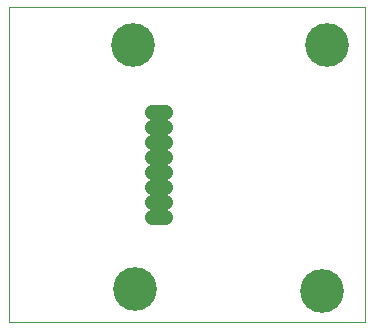
<source format=gbs>
G04 EAGLE Gerber RS-274X export*
G75*
%MOMM*%
%FSLAX34Y34*%
%LPD*%
%INSolderstop Bottom*%
%IPPOS*%
%AMOC8*
5,1,8,0,0,1.08239X$1,22.5*%
G01*
%ADD10C,0.000000*%
%ADD11C,3.703200*%
%ADD12C,1.311200*%


D10*
X38100Y127000D02*
X339600Y127000D01*
X339600Y393600D01*
X38100Y393600D01*
X38100Y127000D01*
D11*
X143510Y361950D03*
X144780Y154940D03*
X307340Y361950D03*
X303530Y153670D03*
D12*
X170640Y304800D02*
X159560Y304800D01*
X159560Y292100D02*
X170640Y292100D01*
X170640Y279400D02*
X159560Y279400D01*
X159560Y266700D02*
X170640Y266700D01*
X170640Y254000D02*
X159560Y254000D01*
X159560Y241300D02*
X170640Y241300D01*
X170640Y228600D02*
X159560Y228600D01*
X159560Y215900D02*
X170640Y215900D01*
M02*

</source>
